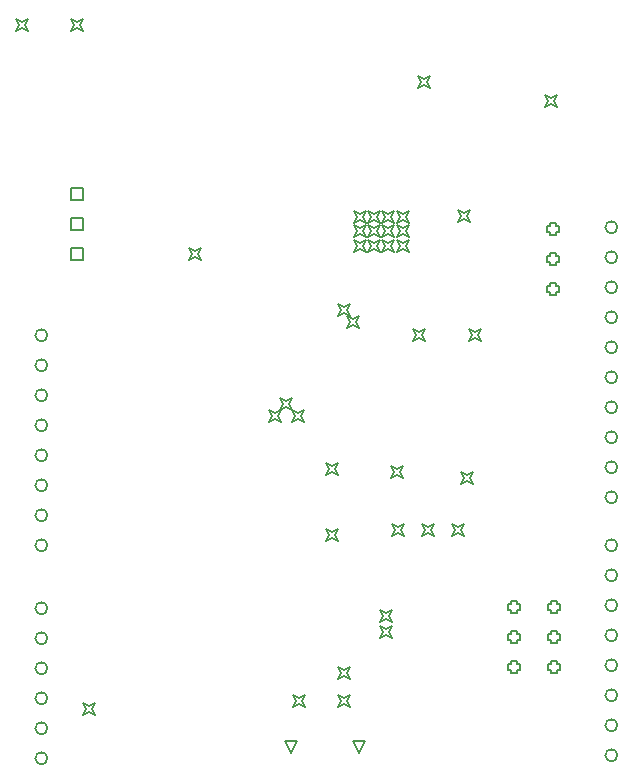
<source format=gbr>
G04*
G04 #@! TF.GenerationSoftware,Altium Limited,Altium Designer,24.2.2 (26)*
G04*
G04 Layer_Color=2752767*
%FSLAX44Y44*%
%MOMM*%
G71*
G04*
G04 #@! TF.SameCoordinates,92E383DB-29FE-4B3A-A1A2-949DC4B90B9B*
G04*
G04*
G04 #@! TF.FilePolarity,Positive*
G04*
G01*
G75*
%ADD13C,0.1270*%
%ADD105C,0.1693*%
D13*
X235460Y56660D02*
X230380Y66820D01*
X240540D01*
X235460Y56660D01*
X293260D02*
X288180Y66820D01*
X298340D01*
X293260Y56660D01*
X454660Y447040D02*
Y444500D01*
X459740D01*
Y447040D01*
X462280D01*
Y452120D01*
X459740D01*
Y454660D01*
X454660D01*
Y452120D01*
X452120D01*
Y447040D01*
X454660D01*
Y472440D02*
Y469900D01*
X459740D01*
Y472440D01*
X462280D01*
Y477520D01*
X459740D01*
Y480060D01*
X454660D01*
Y477520D01*
X452120D01*
Y472440D01*
X454660D01*
Y497840D02*
Y495300D01*
X459740D01*
Y497840D01*
X462280D01*
Y502920D01*
X459740D01*
Y505460D01*
X454660D01*
Y502920D01*
X452120D01*
Y497840D01*
X454660D01*
X455930Y177800D02*
Y175260D01*
X461010D01*
Y177800D01*
X463550D01*
Y182880D01*
X461010D01*
Y185420D01*
X455930D01*
Y182880D01*
X453390D01*
Y177800D01*
X455930D01*
Y152400D02*
Y149860D01*
X461010D01*
Y152400D01*
X463550D01*
Y157480D01*
X461010D01*
Y160020D01*
X455930D01*
Y157480D01*
X453390D01*
Y152400D01*
X455930D01*
Y127000D02*
Y124460D01*
X461010D01*
Y127000D01*
X463550D01*
Y132080D01*
X461010D01*
Y134620D01*
X455930D01*
Y132080D01*
X453390D01*
Y127000D01*
X455930D01*
X421640Y177800D02*
Y175260D01*
X426720D01*
Y177800D01*
X429260D01*
Y182880D01*
X426720D01*
Y185420D01*
X421640D01*
Y182880D01*
X419100D01*
Y177800D01*
X421640D01*
Y152400D02*
Y149860D01*
X426720D01*
Y152400D01*
X429260D01*
Y157480D01*
X426720D01*
Y160020D01*
X421640D01*
Y157480D01*
X419100D01*
Y152400D01*
X421640D01*
Y127000D02*
Y124460D01*
X426720D01*
Y127000D01*
X429260D01*
Y132080D01*
X426720D01*
Y134620D01*
X421640D01*
Y132080D01*
X419100D01*
Y127000D01*
X421640D01*
X49530Y473710D02*
Y483870D01*
X59690D01*
Y473710D01*
X49530D01*
Y499110D02*
Y509270D01*
X59690D01*
Y499110D01*
X49530D01*
Y524510D02*
Y534670D01*
X59690D01*
Y524510D01*
X49530D01*
X217170Y336550D02*
X219710Y341630D01*
X217170Y346710D01*
X222250Y344170D01*
X227330Y346710D01*
X224790Y341630D01*
X227330Y336550D01*
X222250Y339090D01*
X217170Y336550D01*
X236220D02*
X238760Y341630D01*
X236220Y346710D01*
X241300Y344170D01*
X246380Y346710D01*
X243840Y341630D01*
X246380Y336550D01*
X241300Y339090D01*
X236220Y336550D01*
X265430Y292100D02*
X267970Y297180D01*
X265430Y302260D01*
X270510Y299720D01*
X275590Y302260D01*
X273050Y297180D01*
X275590Y292100D01*
X270510Y294640D01*
X265430Y292100D01*
Y236220D02*
X267970Y241300D01*
X265430Y246380D01*
X270510Y243840D01*
X275590Y246380D01*
X273050Y241300D01*
X275590Y236220D01*
X270510Y238760D01*
X265430Y236220D01*
X59690Y88900D02*
X62230Y93980D01*
X59690Y99060D01*
X64770Y96520D01*
X69850Y99060D01*
X67310Y93980D01*
X69850Y88900D01*
X64770Y91440D01*
X59690Y88900D01*
X275590Y119380D02*
X278130Y124460D01*
X275590Y129540D01*
X280670Y127000D01*
X285750Y129540D01*
X283210Y124460D01*
X285750Y119380D01*
X280670Y121920D01*
X275590Y119380D01*
X237490Y95250D02*
X240030Y100330D01*
X237490Y105410D01*
X242570Y102870D01*
X247650Y105410D01*
X245110Y100330D01*
X247650Y95250D01*
X242570Y97790D01*
X237490Y95250D01*
X275590D02*
X278130Y100330D01*
X275590Y105410D01*
X280670Y102870D01*
X285750Y105410D01*
X283210Y100330D01*
X285750Y95250D01*
X280670Y97790D01*
X275590Y95250D01*
X311150Y167640D02*
X313690Y172720D01*
X311150Y177800D01*
X316230Y175260D01*
X321310Y177800D01*
X318770Y172720D01*
X321310Y167640D01*
X316230Y170180D01*
X311150Y167640D01*
Y153670D02*
X313690Y158750D01*
X311150Y163830D01*
X316230Y161290D01*
X321310Y163830D01*
X318770Y158750D01*
X321310Y153670D01*
X316230Y156210D01*
X311150Y153670D01*
X342900Y619760D02*
X345440Y624840D01*
X342900Y629920D01*
X347980Y627380D01*
X353060Y629920D01*
X350520Y624840D01*
X353060Y619760D01*
X347980Y622300D01*
X342900Y619760D01*
X312860Y481110D02*
X315400Y486190D01*
X312860Y491270D01*
X317940Y488730D01*
X323020Y491270D01*
X320480Y486190D01*
X323020Y481110D01*
X317940Y483650D01*
X312860Y481110D01*
X300860D02*
X303400Y486190D01*
X300860Y491270D01*
X305940Y488730D01*
X311020Y491270D01*
X308480Y486190D01*
X311020Y481110D01*
X305940Y483650D01*
X300860Y481110D01*
Y493110D02*
X303400Y498190D01*
X300860Y503270D01*
X305940Y500730D01*
X311020Y503270D01*
X308480Y498190D01*
X311020Y493110D01*
X305940Y495650D01*
X300860Y493110D01*
X324860Y481110D02*
X327400Y486190D01*
X324860Y491270D01*
X329940Y488730D01*
X335020Y491270D01*
X332480Y486190D01*
X335020Y481110D01*
X329940Y483650D01*
X324860Y481110D01*
Y493110D02*
X327400Y498190D01*
X324860Y503270D01*
X329940Y500730D01*
X335020Y503270D01*
X332480Y498190D01*
X335020Y493110D01*
X329940Y495650D01*
X324860Y493110D01*
Y505110D02*
X327400Y510190D01*
X324860Y515270D01*
X329940Y512730D01*
X335020Y515270D01*
X332480Y510190D01*
X335020Y505110D01*
X329940Y507650D01*
X324860Y505110D01*
X288860Y481110D02*
X291400Y486190D01*
X288860Y491270D01*
X293940Y488730D01*
X299020Y491270D01*
X296480Y486190D01*
X299020Y481110D01*
X293940Y483650D01*
X288860Y481110D01*
X312860Y505110D02*
X315400Y510190D01*
X312860Y515270D01*
X317940Y512730D01*
X323020Y515270D01*
X320480Y510190D01*
X323020Y505110D01*
X317940Y507650D01*
X312860Y505110D01*
X288860Y493110D02*
X291400Y498190D01*
X288860Y503270D01*
X293940Y500730D01*
X299020Y503270D01*
X296480Y498190D01*
X299020Y493110D01*
X293940Y495650D01*
X288860Y493110D01*
Y505110D02*
X291400Y510190D01*
X288860Y515270D01*
X293940Y512730D01*
X299020Y515270D01*
X296480Y510190D01*
X299020Y505110D01*
X293940Y507650D01*
X288860Y505110D01*
X300860D02*
X303400Y510190D01*
X300860Y515270D01*
X305940Y512730D01*
X311020Y515270D01*
X308480Y510190D01*
X311020Y505110D01*
X305940Y507650D01*
X300860Y505110D01*
X312860Y493110D02*
X315400Y498190D01*
X312860Y503270D01*
X317940Y500730D01*
X323020Y503270D01*
X320480Y498190D01*
X323020Y493110D01*
X317940Y495650D01*
X312860Y493110D01*
X320040Y289560D02*
X322580Y294640D01*
X320040Y299720D01*
X325120Y297180D01*
X330200Y299720D01*
X327660Y294640D01*
X330200Y289560D01*
X325120Y292100D01*
X320040Y289560D01*
X386080Y405130D02*
X388620Y410210D01*
X386080Y415290D01*
X391160Y412750D01*
X396240Y415290D01*
X393700Y410210D01*
X396240Y405130D01*
X391160Y407670D01*
X386080Y405130D01*
X339090D02*
X341630Y410210D01*
X339090Y415290D01*
X344170Y412750D01*
X349250Y415290D01*
X346710Y410210D01*
X349250Y405130D01*
X344170Y407670D01*
X339090Y405130D01*
X450484Y603638D02*
X453024Y608717D01*
X450484Y613797D01*
X455564Y611258D01*
X460644Y613797D01*
X458104Y608717D01*
X460644Y603638D01*
X455564Y606177D01*
X450484Y603638D01*
X376842Y506280D02*
X379382Y511360D01*
X376842Y516440D01*
X381922Y513900D01*
X387002Y516440D01*
X384462Y511360D01*
X387002Y506280D01*
X381922Y508820D01*
X376842Y506280D01*
X49307Y668054D02*
X51847Y673134D01*
X49307Y678214D01*
X54387Y675674D01*
X59467Y678214D01*
X56927Y673134D01*
X59467Y668054D01*
X54387Y670594D01*
X49307Y668054D01*
X148768Y473648D02*
X151308Y478728D01*
X148768Y483808D01*
X153848Y481268D01*
X158928Y483808D01*
X156388Y478728D01*
X158928Y473648D01*
X153848Y476188D01*
X148768Y473648D01*
X2540Y668020D02*
X5080Y673100D01*
X2540Y678180D01*
X7620Y675640D01*
X12700Y678180D01*
X10160Y673100D01*
X12700Y668020D01*
X7620Y670560D01*
X2540Y668020D01*
X275208Y426769D02*
X277748Y431849D01*
X275208Y436929D01*
X280288Y434389D01*
X285368Y436929D01*
X282828Y431849D01*
X285368Y426769D01*
X280288Y429309D01*
X275208Y426769D01*
X283210Y416560D02*
X285750Y421640D01*
X283210Y426720D01*
X288290Y424180D01*
X293370Y426720D01*
X290830Y421640D01*
X293370Y416560D01*
X288290Y419100D01*
X283210Y416560D01*
X226060Y346710D02*
X228600Y351790D01*
X226060Y356870D01*
X231140Y354330D01*
X236220Y356870D01*
X233680Y351790D01*
X236220Y346710D01*
X231140Y349250D01*
X226060Y346710D01*
X379730Y284480D02*
X382270Y289560D01*
X379730Y294640D01*
X384810Y292100D01*
X389890Y294640D01*
X387350Y289560D01*
X389890Y284480D01*
X384810Y287020D01*
X379730Y284480D01*
X346710Y240030D02*
X349250Y245110D01*
X346710Y250190D01*
X351790Y247650D01*
X356870Y250190D01*
X354330Y245110D01*
X356870Y240030D01*
X351790Y242570D01*
X346710Y240030D01*
X372110D02*
X374650Y245110D01*
X372110Y250190D01*
X377190Y247650D01*
X382270Y250190D01*
X379730Y245110D01*
X382270Y240030D01*
X377190Y242570D01*
X372110Y240030D01*
X321310D02*
X323850Y245110D01*
X321310Y250190D01*
X326390Y247650D01*
X331470Y250190D01*
X328930Y245110D01*
X331470Y240030D01*
X326390Y242570D01*
X321310Y240030D01*
D105*
X511810Y207010D02*
G03*
X511810Y207010I-5080J0D01*
G01*
Y232410D02*
G03*
X511810Y232410I-5080J0D01*
G01*
X29210D02*
G03*
X29210Y232410I-5080J0D01*
G01*
Y257810D02*
G03*
X29210Y257810I-5080J0D01*
G01*
Y283210D02*
G03*
X29210Y283210I-5080J0D01*
G01*
Y308610D02*
G03*
X29210Y308610I-5080J0D01*
G01*
Y334010D02*
G03*
X29210Y334010I-5080J0D01*
G01*
Y359410D02*
G03*
X29210Y359410I-5080J0D01*
G01*
Y384810D02*
G03*
X29210Y384810I-5080J0D01*
G01*
Y410210D02*
G03*
X29210Y410210I-5080J0D01*
G01*
X511810Y181610D02*
G03*
X511810Y181610I-5080J0D01*
G01*
Y156210D02*
G03*
X511810Y156210I-5080J0D01*
G01*
Y130810D02*
G03*
X511810Y130810I-5080J0D01*
G01*
Y105410D02*
G03*
X511810Y105410I-5080J0D01*
G01*
Y80010D02*
G03*
X511810Y80010I-5080J0D01*
G01*
Y54610D02*
G03*
X511810Y54610I-5080J0D01*
G01*
X29210Y52070D02*
G03*
X29210Y52070I-5080J0D01*
G01*
Y77470D02*
G03*
X29210Y77470I-5080J0D01*
G01*
Y102870D02*
G03*
X29210Y102870I-5080J0D01*
G01*
Y128270D02*
G03*
X29210Y128270I-5080J0D01*
G01*
Y153670D02*
G03*
X29210Y153670I-5080J0D01*
G01*
Y179070D02*
G03*
X29210Y179070I-5080J0D01*
G01*
X511810Y501650D02*
G03*
X511810Y501650I-5080J0D01*
G01*
Y476250D02*
G03*
X511810Y476250I-5080J0D01*
G01*
Y450850D02*
G03*
X511810Y450850I-5080J0D01*
G01*
Y425450D02*
G03*
X511810Y425450I-5080J0D01*
G01*
Y400050D02*
G03*
X511810Y400050I-5080J0D01*
G01*
Y374650D02*
G03*
X511810Y374650I-5080J0D01*
G01*
Y349250D02*
G03*
X511810Y349250I-5080J0D01*
G01*
Y323850D02*
G03*
X511810Y323850I-5080J0D01*
G01*
Y298450D02*
G03*
X511810Y298450I-5080J0D01*
G01*
Y273050D02*
G03*
X511810Y273050I-5080J0D01*
G01*
M02*

</source>
